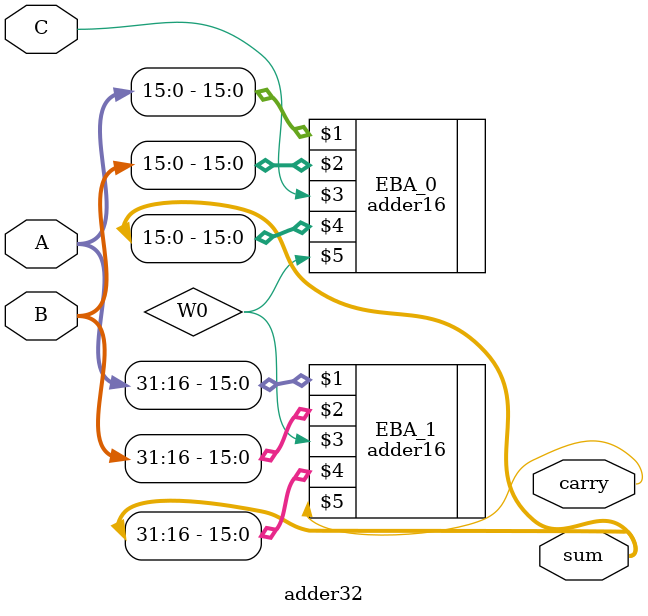
<source format=v>
`include "fulladder16.v"
module adder32(A, B, C, sum, carry);
	input[31:0] A, B;	
	input C;
	output[31:0] sum;
	output carry;
	wire W0;
	adder16 EBA_0(A[15:0], B[15:0], C, sum[15:0], W0);
	adder16 EBA_1(A[31:16], B[31:16], W0, sum[31:16], carry);
endmodule


</source>
